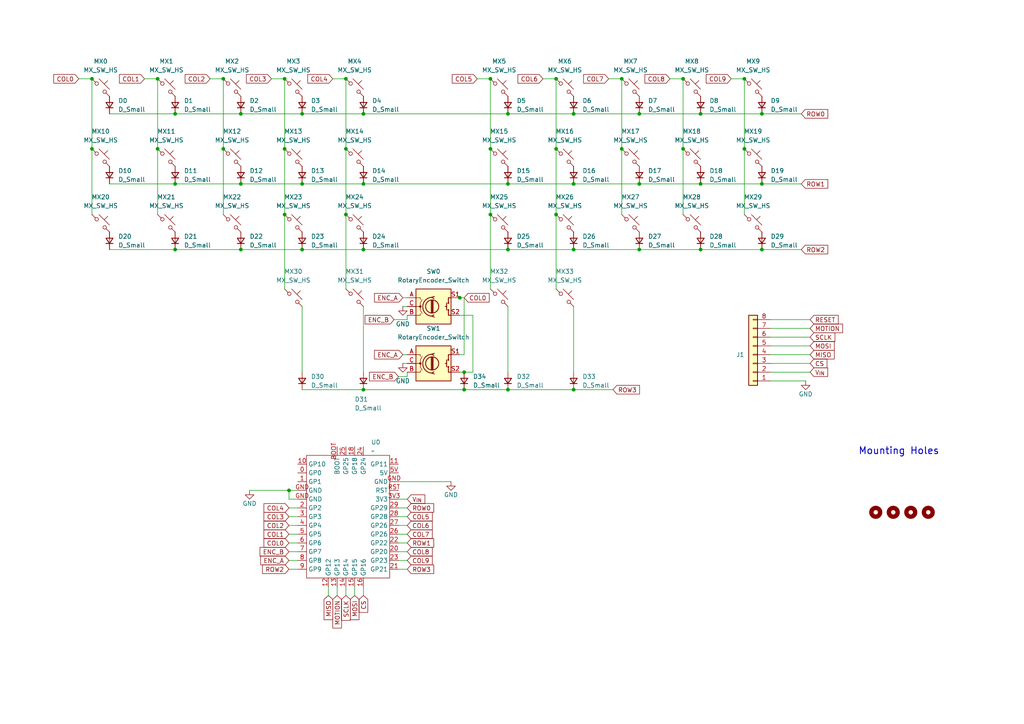
<source format=kicad_sch>
(kicad_sch (version 20231120) (generator "eeschema") (generator_version "8.0")
  (paper "A4")
  (lib_symbols
    (symbol "Connector_Generic:Conn_01x08" (pin_names (offset 1.016) hide)
      (property "Reference" "J" (at 0 10.16 0))
      (property "Value" "Conn_01x08" (at 0 -12.7 0))
      (symbol "Conn_01x08_1_1"
        (rectangle (start -1.27 -10.033) (end 0 -10.287) (stroke (width 0.1524)))
        (rectangle (start -1.27 -7.493) (end 0 -7.747) (stroke (width 0.1524)))
        (rectangle (start -1.27 -4.953) (end 0 -5.207) (stroke (width 0.1524)))
        (rectangle (start -1.27 -2.413) (end 0 -2.667) (stroke (width 0.1524)))
        (rectangle (start -1.27 0.127) (end 0 -0.127) (stroke (width 0.1524)))
        (rectangle (start -1.27 2.667) (end 0 2.413) (stroke (width 0.1524)))
        (rectangle (start -1.27 5.207) (end 0 4.953) (stroke (width 0.1524)))
        (rectangle (start -1.27 7.747) (end 0 7.493) (stroke (width 0.1524)))
        (rectangle (start -1.27 8.89) (end 1.27 -11.43) (stroke (width 0.254)) (fill (type background)))
        (pin passive line (at -5.08 7.62 0) (length 3.81) (name "Pin_1") (number "1"))
        (pin passive line (at -5.08 5.08 0) (length 3.81) (name "Pin_2") (number "2"))
        (pin passive line (at -5.08 2.54 0) (length 3.81) (name "Pin_3") (number "3"))
        (pin passive line (at -5.08 0 0) (length 3.81) (name "Pin_4") (number "4"))
        (pin passive line (at -5.08 -2.54 0) (length 3.81) (name "Pin_5") (number "5"))
        (pin passive line (at -5.08 -5.08 0) (length 3.81) (name "Pin_6") (number "6"))
        (pin passive line (at -5.08 -7.62 0) (length 3.81) (name "Pin_7") (number "7"))
        (pin passive line (at -5.08 -10.16 0) (length 3.81) (name "Pin_8") (number "8"))
      )
    )
    (symbol "Device:D_Small" (pin_numbers hide) (pin_names (offset 0.254) hide)
      (property "Reference" "D" (at -1.27 2.032 0))
      (property "Value" "D_Small" (at -3.81 -2.032 0))
      (symbol "D_Small_0_1"
        (polyline (pts (xy -0.762 -1.016) (xy -0.762 1.016)) (stroke (width 0.254)))
        (polyline (pts (xy -0.762 0) (xy 0.762 0)))
        (polyline (pts (xy 0.762 -1.016) (xy -0.762 0) (xy 0.762 1.016) (xy 0.762 -1.016)) (stroke (width 0.254)))
      )
      (symbol "D_Small_1_1"
        (pin passive line (at -2.54 0 0) (length 1.778) (name "K") (number "1"))
        (pin passive line (at 2.54 0 180) (length 1.778) (name "A") (number "2"))
      )
    )
    (symbol "Device:RotaryEncoder_Switch" (pin_names (offset 0.254) hide)
      (property "Reference" "SW" (at 0 6.604 0))
      (property "Value" "RotaryEncoder_Switch" (at 0 -6.604 0))
      (symbol "RotaryEncoder_Switch_0_1"
        (rectangle (start -5.08 5.08) (end 5.08 -5.08) (stroke (width 0.254)) (fill (type background)))
        (circle (center -3.81 0) (radius 0.254) (fill (type outline)))
        (circle (center -0.381 0) (radius 1.905) (stroke (width 0.254)))
        (arc (start -0.381 2.667) (mid -3.0988 -0.0635) (end -0.381 -2.794) (stroke (width 0.254)))
        (polyline (pts (xy -0.635 -1.778) (xy -0.635 1.778)) (stroke (width 0.254)))
        (polyline (pts (xy -0.381 -1.778) (xy -0.381 1.778)) (stroke (width 0.254)))
        (polyline (pts (xy -0.127 1.778) (xy -0.127 -1.778)) (stroke (width 0.254)))
        (polyline (pts (xy 3.81 0) (xy 3.429 0)) (stroke (width 0.254)))
        (polyline (pts (xy 3.81 1.016) (xy 3.81 -1.016)) (stroke (width 0.254)))
        (polyline (pts (xy -5.08 -2.54) (xy -3.81 -2.54) (xy -3.81 -2.032)))
        (polyline (pts (xy -5.08 2.54) (xy -3.81 2.54) (xy -3.81 2.032)))
        (polyline (pts (xy 0.254 -3.048) (xy -0.508 -2.794) (xy 0.127 -2.413)) (stroke (width 0.254)))
        (polyline (pts (xy 0.254 2.921) (xy -0.508 2.667) (xy 0.127 2.286)) (stroke (width 0.254)))
        (polyline (pts (xy 5.08 -2.54) (xy 4.318 -2.54) (xy 4.318 -1.016)) (stroke (width 0.254)))
        (polyline (pts (xy 5.08 2.54) (xy 4.318 2.54) (xy 4.318 1.016)) (stroke (width 0.254)))
        (polyline (pts (xy -5.08 0) (xy -3.81 0) (xy -3.81 -1.016) (xy -3.302 -2.032)))
        (polyline (pts (xy -4.318 0) (xy -3.81 0) (xy -3.81 1.016) (xy -3.302 2.032)))
        (circle (center 4.318 -1.016) (radius 0.127) (stroke (width 0.254)))
        (circle (center 4.318 1.016) (radius 0.127) (stroke (width 0.254)))
      )
      (symbol "RotaryEncoder_Switch_1_1"
        (pin passive line (at -7.62 2.54 0) (length 2.54) (name "A") (number "A"))
        (pin passive line (at -7.62 -2.54 0) (length 2.54) (name "B") (number "B"))
        (pin passive line (at -7.62 0 0) (length 2.54) (name "C") (number "C"))
        (pin passive line (at 7.62 2.54 180) (length 2.54) (name "S1") (number "S1"))
        (pin passive line (at 7.62 -2.54 180) (length 2.54) (name "S2") (number "S2"))
      )
    )
    (symbol "GND_1" (power) (pin_numbers hide) (pin_names (offset 0) hide)
      (property "Value" "GND" (at 0 -3.81 0))
      (symbol "GND_1_0_1"
        (polyline (pts (xy 0 0) (xy 0 -1.27) (xy 1.27 -1.27) (xy 0 -2.54) (xy -1.27 -1.27) (xy 0 -1.27)))
      )
      (symbol "GND_1_1_1"
        (pin power_in line (at 0 0 270) (length 0) (name "~") (number "1"))
      )
    )
    (symbol "Mechanical:MountingHole" (pin_names (offset 1.016))
      (property "Reference" "H" (at 0 5.08 0))
      (property "Value" "MountingHole" (at 0 3.175 0))
      (symbol "MountingHole_0_1"
        (circle (center 0 0) (radius 1.27) (stroke (width 1.27)))
      )
    )
    (symbol "marbastlib-mx:MX_SW_HS_CPG151101S11" (pin_numbers hide) (pin_names (offset 1.016) hide)
      (property "Reference" "MX" (at 3.048 1.016 0))
      (property "Value" "MX_SW_HS" (at 0 -3.81 0))
      (symbol "MX_SW_HS_CPG151101S11_0_1"
        (circle (center -1.1684 1.1684) (radius 0.508))
        (polyline (pts (xy -0.508 2.54) (xy 2.54 -0.508)))
        (polyline (pts (xy 1.016 1.016) (xy 2.032 2.032)))
        (polyline (pts (xy -2.54 2.54) (xy -1.524 1.524) (xy -1.524 1.524)))
        (polyline (pts (xy 1.524 -1.524) (xy 2.54 -2.54) (xy 2.54 -2.54) (xy 2.54 -2.54)))
        (circle (center 1.143 -1.1938) (radius 0.508))
        (pin passive line (at -2.54 2.54 0) (length 0) (name "1") (number "1"))
        (pin passive line (at 2.54 -2.54 180) (length 0) (name "2") (number "2"))
      )
    )
    (symbol "power:GND" (power) (pin_names (offset 0))
      (property "Value" "GND" (at 0 -3.81 0))
      (symbol "GND_0_1"
        (polyline (pts (xy 0 0) (xy 0 -1.27) (xy 1.27 -1.27) (xy 0 -2.54) (xy -1.27 -1.27) (xy 0 -1.27)))
      )
      (symbol "GND_1_1"
        (pin power_in line (at 0 0 270) (length 0) hide (name "GND") (number "1"))
      )
    )
    (symbol "pro_micro_rp2040:pro_micro_rp2040"
      (property "Reference" "U" (at 0 1.27 0))
      (symbol "pro_micro_rp2040_0_1"
        (rectangle (start -11.43 17.78) (end 12.7 -17.78))
      )
      (symbol "pro_micro_rp2040_1_1"
        (pin bidirectional line (at -13.97 12.7 0) (length 2.54) (name "GP0") (number "0"))
        (pin bidirectional line (at -13.97 10.16 0) (length 2.54) (name "GP1") (number "1"))
        (pin bidirectional line (at -13.97 15.24 0) (length 2.54) (name "GP10") (number "10"))
        (pin bidirectional line (at 15.24 15.24 180) (length 2.54) (name "GP11") (number "11"))
        (pin bidirectional line (at -5.08 -20.32 90) (length 2.54) (name "GP12") (number "12"))
        (pin bidirectional line (at -2.54 -20.32 90) (length 2.54) (name "GP13") (number "13"))
        (pin bidirectional line (at 0 -20.32 90) (length 2.54) (name "GP14") (number "14"))
        (pin bidirectional line (at 2.54 -20.32 90) (length 2.54) (name "GP15") (number "15"))
        (pin bidirectional line (at 5.08 -20.32 90) (length 2.54) (name "GP16") (number "16"))
        (pin unspecified line (at 2.54 20.32 270) (length 2.54) (name "GP18") (number "18"))
        (pin bidirectional line (at -13.97 2.54 0) (length 2.54) (name "GP2") (number "2"))
        (pin bidirectional line (at 15.24 -10.16 180) (length 2.54) (name "GP20") (number "20"))
        (pin bidirectional line (at 15.24 -15.24 180) (length 2.54) (name "GP21") (number "21"))
        (pin bidirectional line (at 15.24 -7.62 180) (length 2.54) (name "GP22") (number "22"))
        (pin bidirectional line (at 15.24 -12.7 180) (length 2.54) (name "GP23") (number "23"))
        (pin unspecified line (at 5.08 20.32 270) (length 2.54) (name "GP24") (number "24"))
        (pin unspecified line (at 0 20.32 270) (length 2.54) (name "GP25") (number "25"))
        (pin bidirectional line (at 15.24 -5.08 180) (length 2.54) (name "GP26") (number "26"))
        (pin bidirectional line (at 15.24 -2.54 180) (length 2.54) (name "GP26") (number "27"))
        (pin bidirectional line (at 15.24 0 180) (length 2.54) (name "GP28") (number "28"))
        (pin bidirectional line (at 15.24 2.54 180) (length 2.54) (name "GP29") (number "29"))
        (pin bidirectional line (at -13.97 0 0) (length 2.54) (name "GP3") (number "3"))
        (pin unspecified line (at 15.24 5.08 180) (length 2.54) (name "3V3") (number "3V3"))
        (pin bidirectional line (at -13.97 -2.54 0) (length 2.54) (name "GP4") (number "4"))
        (pin bidirectional line (at -13.97 -5.08 0) (length 2.54) (name "GP5") (number "5"))
        (pin unspecified line (at 15.24 12.7 180) (length 2.54) (name "5V") (number "5V"))
        (pin bidirectional line (at -13.97 -7.62 0) (length 2.54) (name "GP6") (number "6"))
        (pin bidirectional line (at -13.97 -10.16 0) (length 2.54) (name "GP7") (number "7"))
        (pin bidirectional line (at -13.97 -12.7 0) (length 2.54) (name "GP8") (number "8"))
        (pin bidirectional line (at -13.97 -15.24 0) (length 2.54) (name "GP9") (number "9"))
        (pin unspecified line (at -2.54 20.32 270) (length 2.54) (name "BOOT") (number "BOOT"))
        (pin unspecified line (at -13.97 5.08 0) (length 2.54) (name "GND") (number "GND"))
        (pin unspecified line (at -13.97 7.62 0) (length 2.54) (name "GND") (number "GND"))
        (pin unspecified line (at 15.24 10.16 180) (length 2.54) (name "GND") (number "GND"))
        (pin unspecified line (at 15.24 7.62 180) (length 2.54) (name "RST") (number "RST"))
      )
    )
  )
  (junction (at 161.29 22.86))
  (junction (at 134.62 113.03))
  (junction (at 64.77 22.86))
  (junction (at 105.41 113.03))
  (junction (at 142.24 62.23))
  (junction (at 105.41 72.39))
  (junction (at 142.24 22.86))
  (junction (at 142.24 43.18))
  (junction (at 220.98 72.39))
  (junction (at 100.33 43.18))
  (junction (at 203.2 53.34))
  (junction (at 82.55 62.23))
  (junction (at 198.12 43.18))
  (junction (at 87.63 33.02))
  (junction (at 50.8 72.39))
  (junction (at 105.41 33.02))
  (junction (at 215.9 43.18))
  (junction (at 133.35 86.36))
  (junction (at 64.77 43.18))
  (junction (at 203.2 72.39))
  (junction (at 166.37 53.34))
  (junction (at 166.37 72.39))
  (junction (at 180.34 22.86))
  (junction (at 198.12 22.86))
  (junction (at 147.32 113.03))
  (junction (at 147.32 33.02))
  (junction (at 161.29 43.18))
  (junction (at 69.85 33.02))
  (junction (at 50.8 53.34))
  (junction (at 166.37 113.03))
  (junction (at 87.63 53.34))
  (junction (at 45.72 22.86))
  (junction (at 161.29 62.23))
  (junction (at 82.55 22.86))
  (junction (at 220.98 53.34))
  (junction (at 45.72 43.18))
  (junction (at 26.67 22.86))
  (junction (at 166.37 33.02))
  (junction (at 26.67 43.18))
  (junction (at 220.98 33.02))
  (junction (at 82.55 43.18))
  (junction (at 69.85 53.34))
  (junction (at 100.33 22.86))
  (junction (at 147.32 72.39))
  (junction (at 105.41 53.34))
  (junction (at 83.82 142.24))
  (junction (at 215.9 22.86))
  (junction (at 185.42 53.34))
  (junction (at 147.32 53.34))
  (junction (at 203.2 33.02))
  (junction (at 180.34 43.18))
  (junction (at 87.63 72.39))
  (junction (at 69.85 72.39))
  (junction (at 50.8 33.02))
  (junction (at 185.42 33.02))
  (junction (at 134.62 107.95))
  (junction (at 100.33 62.23))
  (junction (at 185.42 72.39))
  (wire (pts (xy 83.82 160.02) (xy 86.36 160.02)))
  (wire (pts (xy 118.11 157.48) (xy 115.57 157.48)))
  (wire (pts (xy 134.62 107.95) (xy 137.16 107.95)))
  (wire (pts (xy 215.9 43.18) (xy 215.9 62.23)))
  (wire (pts (xy 60.96 22.86) (xy 64.77 22.86)))
  (wire (pts (xy 118.11 144.78) (xy 115.57 144.78)))
  (wire (pts (xy 26.67 43.18) (xy 26.67 62.23)))
  (wire (pts (xy 134.62 86.36) (xy 133.35 86.36)))
  (wire (pts (xy 203.2 33.02) (xy 220.98 33.02)))
  (wire (pts (xy 116.84 102.87) (xy 118.11 102.87)))
  (wire (pts (xy 82.55 43.18) (xy 82.55 62.23)))
  (wire (pts (xy 234.95 105.41) (xy 223.52 105.41)))
  (wire (pts (xy 102.87 172.72) (xy 102.87 170.18)))
  (wire (pts (xy 64.77 22.86) (xy 64.77 43.18)))
  (wire (pts (xy 105.41 72.39) (xy 147.32 72.39)))
  (wire (pts (xy 83.82 147.32) (xy 86.36 147.32)))
  (wire (pts (xy 220.98 33.02) (xy 232.41 33.02)))
  (wire (pts (xy 31.75 72.39) (xy 50.8 72.39)))
  (wire (pts (xy 100.33 172.72) (xy 100.33 170.18)))
  (wire (pts (xy 83.82 142.24) (xy 86.36 142.24)))
  (wire (pts (xy 142.24 43.18) (xy 142.24 62.23)))
  (wire (pts (xy 185.42 53.34) (xy 203.2 53.34)))
  (wire (pts (xy 87.63 33.02) (xy 105.41 33.02)))
  (wire (pts (xy 116.84 88.9) (xy 118.11 88.9)))
  (wire (pts (xy 115.57 109.22) (xy 118.11 109.22)))
  (wire (pts (xy 166.37 33.02) (xy 185.42 33.02)))
  (wire (pts (xy 82.55 62.23) (xy 82.55 83.82)))
  (wire (pts (xy 45.72 43.18) (xy 45.72 62.23)))
  (wire (pts (xy 72.39 142.24) (xy 83.82 142.24)))
  (wire (pts (xy 137.16 107.95) (xy 137.16 91.44)))
  (wire (pts (xy 137.16 91.44) (xy 133.35 91.44)))
  (wire (pts (xy 147.32 113.03) (xy 166.37 113.03)))
  (wire (pts (xy 95.25 172.72) (xy 95.25 170.18)))
  (wire (pts (xy 176.53 22.86) (xy 180.34 22.86)))
  (wire (pts (xy 161.29 43.18) (xy 161.29 62.23)))
  (wire (pts (xy 223.52 107.95) (xy 234.95 107.95)))
  (wire (pts (xy 86.36 144.78) (xy 83.82 144.78)))
  (wire (pts (xy 147.32 72.39) (xy 166.37 72.39)))
  (wire (pts (xy 45.72 22.86) (xy 45.72 43.18)))
  (wire (pts (xy 83.82 152.4) (xy 86.36 152.4)))
  (wire (pts (xy 50.8 72.39) (xy 69.85 72.39)))
  (wire (pts (xy 114.3 92.71) (xy 118.11 92.71)))
  (wire (pts (xy 115.57 162.56) (xy 118.11 162.56)))
  (wire (pts (xy 96.52 22.86) (xy 100.33 22.86)))
  (wire (pts (xy 133.35 102.87) (xy 134.62 102.87)))
  (wire (pts (xy 118.11 154.94) (xy 115.57 154.94)))
  (wire (pts (xy 147.32 107.95) (xy 147.32 88.9)))
  (wire (pts (xy 203.2 53.34) (xy 220.98 53.34)))
  (wire (pts (xy 118.11 147.32) (xy 115.57 147.32)))
  (wire (pts (xy 116.84 86.36) (xy 118.11 86.36)))
  (wire (pts (xy 64.77 43.18) (xy 64.77 62.23)))
  (wire (pts (xy 118.11 149.86) (xy 115.57 149.86)))
  (wire (pts (xy 83.82 162.56) (xy 86.36 162.56)))
  (wire (pts (xy 83.82 149.86) (xy 86.36 149.86)))
  (wire (pts (xy 198.12 22.86) (xy 198.12 43.18)))
  (wire (pts (xy 26.67 22.86) (xy 26.67 43.18)))
  (wire (pts (xy 105.41 113.03) (xy 134.62 113.03)))
  (wire (pts (xy 220.98 53.34) (xy 232.41 53.34)))
  (wire (pts (xy 161.29 22.86) (xy 161.29 43.18)))
  (wire (pts (xy 41.91 22.86) (xy 45.72 22.86)))
  (wire (pts (xy 69.85 72.39) (xy 87.63 72.39)))
  (wire (pts (xy 203.2 72.39) (xy 220.98 72.39)))
  (wire (pts (xy 105.41 53.34) (xy 147.32 53.34)))
  (wire (pts (xy 166.37 107.95) (xy 166.37 88.9)))
  (wire (pts (xy 234.95 100.33) (xy 223.52 100.33)))
  (wire (pts (xy 31.75 53.34) (xy 50.8 53.34)))
  (wire (pts (xy 212.09 22.86) (xy 215.9 22.86)))
  (wire (pts (xy 100.33 43.18) (xy 100.33 62.23)))
  (wire (pts (xy 105.41 107.95) (xy 105.41 88.9)))
  (wire (pts (xy 157.48 22.86) (xy 161.29 22.86)))
  (wire (pts (xy 234.95 92.71) (xy 223.52 92.71)))
  (wire (pts (xy 138.43 22.86) (xy 142.24 22.86)))
  (wire (pts (xy 134.62 102.87) (xy 134.62 86.36)))
  (wire (pts (xy 87.63 53.34) (xy 105.41 53.34)))
  (wire (pts (xy 142.24 22.86) (xy 142.24 43.18)))
  (wire (pts (xy 161.29 62.23) (xy 161.29 83.82)))
  (wire (pts (xy 105.41 172.72) (xy 105.41 170.18)))
  (wire (pts (xy 194.31 22.86) (xy 198.12 22.86)))
  (wire (pts (xy 69.85 53.34) (xy 87.63 53.34)))
  (wire (pts (xy 142.24 62.23) (xy 142.24 83.82)))
  (wire (pts (xy 100.33 22.86) (xy 100.33 43.18)))
  (wire (pts (xy 147.32 33.02) (xy 166.37 33.02)))
  (wire (pts (xy 223.52 110.49) (xy 233.68 110.49)))
  (wire (pts (xy 118.11 92.71) (xy 118.11 91.44)))
  (wire (pts (xy 220.98 72.39) (xy 232.41 72.39)))
  (wire (pts (xy 234.95 97.79) (xy 223.52 97.79)))
  (wire (pts (xy 166.37 72.39) (xy 185.42 72.39)))
  (wire (pts (xy 118.11 152.4) (xy 115.57 152.4)))
  (wire (pts (xy 97.79 172.72) (xy 97.79 170.18)))
  (wire (pts (xy 234.95 95.25) (xy 223.52 95.25)))
  (wire (pts (xy 180.34 22.86) (xy 180.34 43.18)))
  (wire (pts (xy 87.63 72.39) (xy 105.41 72.39)))
  (wire (pts (xy 83.82 144.78) (xy 83.82 142.24)))
  (wire (pts (xy 118.11 109.22) (xy 118.11 107.95)))
  (wire (pts (xy 83.82 154.94) (xy 86.36 154.94)))
  (wire (pts (xy 180.34 43.18) (xy 180.34 62.23)))
  (wire (pts (xy 115.57 160.02) (xy 118.11 160.02)))
  (wire (pts (xy 82.55 22.86) (xy 82.55 43.18)))
  (wire (pts (xy 185.42 33.02) (xy 203.2 33.02)))
  (wire (pts (xy 50.8 33.02) (xy 69.85 33.02)))
  (wire (pts (xy 215.9 22.86) (xy 215.9 43.18)))
  (wire (pts (xy 185.42 72.39) (xy 203.2 72.39)))
  (wire (pts (xy 105.41 33.02) (xy 147.32 33.02)))
  (wire (pts (xy 166.37 53.34) (xy 185.42 53.34)))
  (wire (pts (xy 134.62 113.03) (xy 147.32 113.03)))
  (wire (pts (xy 69.85 33.02) (xy 87.63 33.02)))
  (wire (pts (xy 83.82 157.48) (xy 86.36 157.48)))
  (wire (pts (xy 22.86 22.86) (xy 26.67 22.86)))
  (wire (pts (xy 87.63 107.95) (xy 87.63 88.9)))
  (wire (pts (xy 133.35 86.36) (xy 130.81 86.36)))
  (wire (pts (xy 78.74 22.86) (xy 82.55 22.86)))
  (wire (pts (xy 116.84 105.41) (xy 118.11 105.41)))
  (wire (pts (xy 87.63 113.03) (xy 105.41 113.03)))
  (wire (pts (xy 198.12 43.18) (xy 198.12 62.23)))
  (wire (pts (xy 83.82 165.1) (xy 86.36 165.1)))
  (wire (pts (xy 118.11 165.1) (xy 115.57 165.1)))
  (wire (pts (xy 147.32 53.34) (xy 166.37 53.34)))
  (wire (pts (xy 130.81 139.7) (xy 115.57 139.7)))
  (wire (pts (xy 50.8 53.34) (xy 69.85 53.34)))
  (wire (pts (xy 133.35 107.95) (xy 134.62 107.95)))
  (wire (pts (xy 31.75 33.02) (xy 50.8 33.02)))
  (wire (pts (xy 166.37 113.03) (xy 177.8 113.03)))
  (wire (pts (xy 100.33 62.23) (xy 100.33 83.82)))
  (wire (pts (xy 234.95 102.87) (xy 223.52 102.87)))
  (text "Mounting Holes" (at 248.92 132.08 0) (effects (font (size 2 2) (thickness 0.254) (bold yes)) (justify left bottom)))
  (global_label "ENC_B" (shape input) (at 115.57 109.22 180) (property "Intersheetrefs" "${INTERSHEET_REFS}" (effects (hide yes))))
  (global_label "ENC_A" (shape input) (at 116.84 86.36 180) (property "Intersheetrefs" "${INTERSHEET_REFS}" (effects (hide yes))))
  (global_label "CS" (shape input) (at 105.41 172.72 270) (property "Intersheetrefs" "${INTERSHEET_REFS}" (effects (hide yes))))
  (global_label "COL9" (shape input) (at 118.11 162.56 0) (property "Intersheetrefs" "${INTERSHEET_REFS}" (effects (hide yes))))
  (global_label "ROW3" (shape input) (at 177.8 113.03 0) (property "Intersheetrefs" "${INTERSHEET_REFS}" (effects (hide yes))))
  (global_label "ENC_B" (shape input) (at 114.3 92.71 180) (property "Intersheetrefs" "${INTERSHEET_REFS}" (effects (hide yes))))
  (global_label "ROW0" (shape input) (at 232.41 33.02 0) (property "Intersheetrefs" "${INTERSHEET_REFS}" (effects (hide yes))))
  (global_label "MOSI" (shape input) (at 234.95 100.33 0) (property "Intersheetrefs" "${INTERSHEET_REFS}" (effects (hide yes))))
  (global_label "ENC_A" (shape input) (at 83.82 162.56 180) (property "Intersheetrefs" "${INTERSHEET_REFS}" (effects (hide yes))))
  (global_label "MISO" (shape input) (at 234.95 102.87 0) (property "Intersheetrefs" "${INTERSHEET_REFS}" (effects (hide yes))))
  (global_label "COL5" (shape input) (at 138.43 22.86 180) (property "Intersheetrefs" "${INTERSHEET_REFS}" (effects (hide yes))))
  (global_label "COL0" (shape input) (at 22.86 22.86 180) (property "Intersheetrefs" "${INTERSHEET_REFS}" (effects (hide yes))))
  (global_label "ROW0" (shape input) (at 118.11 147.32 0) (property "Intersheetrefs" "${INTERSHEET_REFS}" (effects (hide yes))))
  (global_label "SCLK" (shape input) (at 100.33 172.72 270) (property "Intersheetrefs" "${INTERSHEET_REFS}" (effects (hide yes))))
  (global_label "COL5" (shape input) (at 118.11 149.86 0) (property "Intersheetrefs" "${INTERSHEET_REFS}" (effects (hide yes))))
  (global_label "COL6" (shape input) (at 118.11 152.4 0) (property "Intersheetrefs" "${INTERSHEET_REFS}" (effects (hide yes))))
  (global_label "ROW1" (shape input) (at 118.11 157.48 0) (property "Intersheetrefs" "${INTERSHEET_REFS}" (effects (hide yes))))
  (global_label "COL7" (shape input) (at 118.11 154.94 0) (property "Intersheetrefs" "${INTERSHEET_REFS}" (effects (hide yes))))
  (global_label "V_{IN}" (shape input) (at 118.11 144.78 0) (property "Intersheetrefs" "${INTERSHEET_REFS}" (effects (hide yes))))
  (global_label "MOTION" (shape input) (at 234.95 95.25 0) (property "Intersheetrefs" "${INTERSHEET_REFS}" (effects (hide yes))))
  (global_label "COL7" (shape input) (at 176.53 22.86 180) (property "Intersheetrefs" "${INTERSHEET_REFS}" (effects (hide yes))))
  (global_label "CS" (shape input) (at 234.95 105.41 0) (property "Intersheetrefs" "${INTERSHEET_REFS}" (effects (hide yes))))
  (global_label "V_{IN}" (shape input) (at 234.95 107.95 0) (property "Intersheetrefs" "${INTERSHEET_REFS}" (effects (hide yes))))
  (global_label "ENC_A" (shape input) (at 116.84 102.87 180) (property "Intersheetrefs" "${INTERSHEET_REFS}" (effects (hide yes))))
  (global_label "COL0" (shape input) (at 83.82 157.48 180) (property "Intersheetrefs" "${INTERSHEET_REFS}" (effects (hide yes))))
  (global_label "COL0" (shape input) (at 134.62 86.36 0) (property "Intersheetrefs" "${INTERSHEET_REFS}" (effects (hide yes))))
  (global_label "ROW2" (shape input) (at 83.82 165.1 180) (property "Intersheetrefs" "${INTERSHEET_REFS}" (effects (hide yes))))
  (global_label "ROW3" (shape input) (at 118.11 165.1 0) (property "Intersheetrefs" "${INTERSHEET_REFS}" (effects (hide yes))))
  (global_label "COL3" (shape input) (at 83.82 149.86 180) (property "Intersheetrefs" "${INTERSHEET_REFS}" (effects (hide yes))))
  (global_label "COL2" (shape input) (at 60.96 22.86 180) (property "Intersheetrefs" "${INTERSHEET_REFS}" (effects (hide yes))))
  (global_label "COL4" (shape input) (at 96.52 22.86 180) (property "Intersheetrefs" "${INTERSHEET_REFS}" (effects (hide yes))))
  (global_label "ENC_B" (shape input) (at 83.82 160.02 180) (property "Intersheetrefs" "${INTERSHEET_REFS}" (effects (hide yes))))
  (global_label "COL1" (shape input) (at 83.82 154.94 180) (property "Intersheetrefs" "${INTERSHEET_REFS}" (effects (hide yes))))
  (global_label "COL8" (shape input) (at 118.11 160.02 0) (property "Intersheetrefs" "${INTERSHEET_REFS}" (effects (hide yes))))
  (global_label "COL8" (shape input) (at 194.31 22.86 180) (property "Intersheetrefs" "${INTERSHEET_REFS}" (effects (hide yes))))
  (global_label "COL3" (shape input) (at 78.74 22.86 180) (property "Intersheetrefs" "${INTERSHEET_REFS}" (effects (hide yes))))
  (global_label "COL1" (shape input) (at 41.91 22.86 180) (property "Intersheetrefs" "${INTERSHEET_REFS}" (effects (hide yes))))
  (global_label "MISO" (shape input) (at 95.25 172.72 270) (property "Intersheetrefs" "${INTERSHEET_REFS}" (effects (hide yes))))
  (global_label "COL6" (shape input) (at 157.48 22.86 180) (property "Intersheetrefs" "${INTERSHEET_REFS}" (effects (hide yes))))
  (global_label "ROW2" (shape input) (at 232.41 72.39 0) (property "Intersheetrefs" "${INTERSHEET_REFS}" (effects (hide yes))))
  (global_label "MOTION" (shape input) (at 97.79 172.72 270) (property "Intersheetrefs" "${INTERSHEET_REFS}" (effects (hide yes))))
  (global_label "SCLK" (shape input) (at 234.95 97.79 0) (property "Intersheetrefs" "${INTERSHEET_REFS}" (effects (hide yes))))
  (global_label "RESET" (shape input) (at 234.95 92.71 0) (property "Intersheetrefs" "${INTERSHEET_REFS}" (effects (hide yes))))
  (global_label "COL4" (shape input) (at 83.82 147.32 180) (property "Intersheetrefs" "${INTERSHEET_REFS}" (effects (hide yes))))
  (global_label "ROW1" (shape input) (at 232.41 53.34 0) (property "Intersheetrefs" "${INTERSHEET_REFS}" (effects (hide yes))))
  (global_label "MOSI" (shape input) (at 102.87 172.72 270) (property "Intersheetrefs" "${INTERSHEET_REFS}" (effects (hide yes))))
  (global_label "COL9" (shape input) (at 212.09 22.86 180) (property "Intersheetrefs" "${INTERSHEET_REFS}" (effects (hide yes))))
  (global_label "COL2" (shape input) (at 83.82 152.4 180) (property "Intersheetrefs" "${INTERSHEET_REFS}" (effects (hide yes))))
  (symbol (lib_id "marbastlib-mx:MX_SW_HS_CPG151101S11") (at 200.66 25.4 0) (unit 1)
    (property "Reference" "MX8" (at 200.66 17.78 0))
    (property "Value" "MX_SW_HS" (at 200.66 20.32 0))
    (property "Footprint" "marbastlib-mx:SW_MX_HS_CPG151101S11_1u" (effects (hide yes)))
    (property "Description" "Push button switch, normally open, two pins, 45° tilted, Kailh CPG151101S11 for Cherry MX style switches" (effects (hide yes)))
  )
  (symbol (lib_id "marbastlib-mx:MX_SW_HS_CPG151101S11") (at 163.83 86.36 0) (unit 1)
    (property "Reference" "MX33" (at 163.83 78.74 0))
    (property "Value" "MX_SW_HS" (at 163.83 81.28 0))
    (property "Footprint" "marbastlib-mx:SW_MX_HS_CPG151101S11_1.25u" (effects (hide yes)))
    (property "Description" "Push button switch, normally open, two pins, 45° tilted, Kailh CPG151101S11 for Cherry MX style switches" (effects (hide yes)))
  )
  (symbol (lib_id "marbastlib-mx:MX_SW_HS_CPG151101S11") (at 85.09 25.4 0) (unit 1)
    (property "Reference" "MX3" (at 85.09 17.78 0))
    (property "Value" "MX_SW_HS" (at 85.09 20.32 0))
    (property "Footprint" "marbastlib-mx:SW_MX_HS_CPG151101S11_1u" (effects (hide yes)))
    (property "Description" "Push button switch, normally open, two pins, 45° tilted, Kailh CPG151101S11 for Cherry MX style switches" (effects (hide yes)))
  )
  (symbol (lib_id "Device:D_Small") (at 50.8 69.85 90) (unit 1)
    (property "Reference" "D21" (at 53.34 68.5799 90) (effects (justify right)))
    (property "Value" "D_Small" (at 53.34 71.1199 90) (effects (justify right)))
    (property "Footprint" "Diode_SMD:D_SOD-123" (effects (hide yes)))
    (property "Description" "Diode, small symbol" (effects (hide yes)))
    (property "Sim.Device" "D" (effects (hide yes)))
    (property "Sim.Pins" "1=K 2=A" (effects (hide yes)))
  )
  (symbol (lib_id "marbastlib-mx:MX_SW_HS_CPG151101S11") (at 48.26 25.4 0) (unit 1)
    (property "Reference" "MX1" (at 48.26 17.78 0))
    (property "Value" "MX_SW_HS" (at 48.26 20.32 0))
    (property "Footprint" "marbastlib-mx:SW_MX_HS_CPG151101S11_1u" (effects (hide yes)))
    (property "Description" "Push button switch, normally open, two pins, 45° tilted, Kailh CPG151101S11 for Cherry MX style switches" (effects (hide yes)))
  )
  (symbol (lib_id "Device:D_Small") (at 105.41 69.85 90) (unit 1)
    (property "Reference" "D24" (at 107.95 68.5799 90) (effects (justify right)))
    (property "Value" "D_Small" (at 107.95 71.1199 90) (effects (justify right)))
    (property "Footprint" "Diode_SMD:D_SOD-123" (effects (hide yes)))
    (property "Description" "Diode, small symbol" (effects (hide yes)))
    (property "Sim.Device" "D" (effects (hide yes)))
    (property "Sim.Pins" "1=K 2=A" (effects (hide yes)))
  )
  (symbol (lib_id "Device:D_Small") (at 203.2 50.8 90) (unit 1)
    (property "Reference" "D18" (at 205.74 49.5299 90) (effects (justify right)))
    (property "Value" "D_Small" (at 205.74 52.0699 90) (effects (justify right)))
    (property "Footprint" "Diode_SMD:D_SOD-123" (effects (hide yes)))
    (property "Description" "Diode, small symbol" (effects (hide yes)))
    (property "Sim.Device" "D" (effects (hide yes)))
    (property "Sim.Pins" "1=K 2=A" (effects (hide yes)))
  )
  (symbol (lib_id "Device:D_Small") (at 147.32 69.85 90) (unit 1)
    (property "Reference" "D25" (at 149.86 68.5799 90) (effects (justify right)))
    (property "Value" "D_Small" (at 149.86 71.1199 90) (effects (justify right)))
    (property "Footprint" "Diode_SMD:D_SOD-123" (effects (hide yes)))
    (property "Description" "Diode, small symbol" (effects (hide yes)))
    (property "Sim.Device" "D" (effects (hide yes)))
    (property "Sim.Pins" "1=K 2=A" (effects (hide yes)))
  )
  (symbol (lib_name "GND_1") (lib_id "power:GND") (at 116.84 88.9 0) (unit 1)
    (property "Reference" "#PWR00" (effects (hide yes)))
    (property "Value" "GND" (at 116.84 93.98 0))
    (property "Description" "Power symbol creates a global label with name \"GND\" , ground" (effects (hide yes)))
  )
  (symbol (lib_id "Device:D_Small") (at 203.2 69.85 90) (unit 1)
    (property "Reference" "D28" (at 205.74 68.5799 90) (effects (justify right)))
    (property "Value" "D_Small" (at 205.74 71.1199 90) (effects (justify right)))
    (property "Footprint" "Diode_SMD:D_SOD-123" (effects (hide yes)))
    (property "Description" "Diode, small symbol" (effects (hide yes)))
    (property "Sim.Device" "D" (effects (hide yes)))
    (property "Sim.Pins" "1=K 2=A" (effects (hide yes)))
  )
  (symbol (lib_id "Device:D_Small") (at 185.42 69.85 90) (unit 1)
    (property "Reference" "D27" (at 187.96 68.5799 90) (effects (justify right)))
    (property "Value" "D_Small" (at 187.96 71.1199 90) (effects (justify right)))
    (property "Footprint" "Diode_SMD:D_SOD-123" (effects (hide yes)))
    (property "Description" "Diode, small symbol" (effects (hide yes)))
    (property "Sim.Device" "D" (effects (hide yes)))
    (property "Sim.Pins" "1=K 2=A" (effects (hide yes)))
  )
  (symbol (lib_id "marbastlib-mx:MX_SW_HS_CPG151101S11") (at 182.88 64.77 0) (unit 1)
    (property "Reference" "MX27" (at 182.88 57.15 0))
    (property "Value" "MX_SW_HS" (at 182.88 59.69 0))
    (property "Footprint" "marbastlib-mx:SW_MX_HS_CPG151101S11_1u" (effects (hide yes)))
    (property "Description" "Push button switch, normally open, two pins, 45° tilted, Kailh CPG151101S11 for Cherry MX style switches" (effects (hide yes)))
  )
  (symbol (lib_id "marbastlib-mx:MX_SW_HS_CPG151101S11") (at 218.44 64.77 0) (unit 1)
    (property "Reference" "MX29" (at 218.44 57.15 0))
    (property "Value" "MX_SW_HS" (at 218.44 59.69 0))
    (property "Footprint" "marbastlib-mx:SW_MX_HS_CPG151101S11_1u" (effects (hide yes)))
    (property "Description" "Push button switch, normally open, two pins, 45° tilted, Kailh CPG151101S11 for Cherry MX style switches" (effects (hide yes)))
  )
  (symbol (lib_id "marbastlib-mx:MX_SW_HS_CPG151101S11") (at 29.21 25.4 0) (unit 1)
    (property "Reference" "MX0" (at 29.21 17.78 0))
    (property "Value" "MX_SW_HS" (at 29.21 20.32 0))
    (property "Footprint" "marbastlib-mx:SW_MX_HS_CPG151101S11_1u" (effects (hide yes)))
    (property "Description" "Push button switch, normally open, two pins, 45° tilted, Kailh CPG151101S11 for Cherry MX style switches" (effects (hide yes)))
  )
  (symbol (lib_id "Device:D_Small") (at 105.41 110.49 90) (unit 1)
    (property "Reference" "D31" (at 102.87 115.824 90) (effects (justify right)))
    (property "Value" "D_Small" (at 102.87 118.364 90) (effects (justify right)))
    (property "Footprint" "Diode_SMD:D_SOD-123" (effects (hide yes)))
    (property "Description" "Diode, small symbol" (effects (hide yes)))
    (property "Sim.Device" "D" (effects (hide yes)))
    (property "Sim.Pins" "1=K 2=A" (effects (hide yes)))
  )
  (symbol (lib_id "power:GND") (at 130.81 139.7 0) (mirror y) (unit 1)
    (property "Reference" "#PWR03" (effects (hide yes)))
    (property "Value" "GND" (at 130.81 143.51 0))
  )
  (symbol (lib_id "Device:D_Small") (at 185.42 50.8 90) (unit 1)
    (property "Reference" "D17" (at 187.96 49.5299 90) (effects (justify right)))
    (property "Value" "D_Small" (at 187.96 52.0699 90) (effects (justify right)))
    (property "Footprint" "Diode_SMD:D_SOD-123" (effects (hide yes)))
    (property "Description" "Diode, small symbol" (effects (hide yes)))
    (property "Sim.Device" "D" (effects (hide yes)))
    (property "Sim.Pins" "1=K 2=A" (effects (hide yes)))
  )
  (symbol (lib_id "Device:D_Small") (at 87.63 69.85 90) (unit 1)
    (property "Reference" "D23" (at 90.17 68.5799 90) (effects (justify right)))
    (property "Value" "D_Small" (at 90.17 71.1199 90) (effects (justify right)))
    (property "Footprint" "Diode_SMD:D_SOD-123" (effects (hide yes)))
    (property "Description" "Diode, small symbol" (effects (hide yes)))
    (property "Sim.Device" "D" (effects (hide yes)))
    (property "Sim.Pins" "1=K 2=A" (effects (hide yes)))
  )
  (symbol (lib_id "Device:RotaryEncoder_Switch") (at 125.73 105.41 0) (unit 1)
    (property "Reference" "SW1" (at 125.73 95.25 0))
    (property "Value" "RotaryEncoder_Switch" (at 125.73 97.79 0))
    (property "Footprint" "misc:EVQWGD001" (effects (hide yes)))
    (property "Description" "Rotary encoder, dual channel, incremental quadrate outputs, with switch" (effects (hide yes)))
  )
  (symbol (lib_id "Device:D_Small") (at 220.98 50.8 90) (unit 1)
    (property "Reference" "D19" (at 223.52 49.5299 90) (effects (justify right)))
    (property "Value" "D_Small" (at 223.52 52.0699 90) (effects (justify right)))
    (property "Footprint" "Diode_SMD:D_SOD-123" (effects (hide yes)))
    (property "Description" "Diode, small symbol" (effects (hide yes)))
    (property "Sim.Device" "D" (effects (hide yes)))
    (property "Sim.Pins" "1=K 2=A" (effects (hide yes)))
  )
  (symbol (lib_id "Device:RotaryEncoder_Switch") (at 125.73 88.9 0) (unit 1)
    (property "Reference" "SW0" (at 125.73 78.74 0))
    (property "Value" "RotaryEncoder_Switch" (at 125.73 81.28 0))
    (property "Footprint" "Keebio-Parts:RotaryEncoder_EC11-no-legs" (effects (hide yes)))
    (property "Description" "Rotary encoder, dual channel, incremental quadrate outputs, with switch" (effects (hide yes)))
  )
  (symbol (lib_id "Device:D_Small") (at 31.75 50.8 90) (unit 1)
    (property "Reference" "D10" (at 34.29 49.5299 90) (effects (justify right)))
    (property "Value" "D_Small" (at 34.29 52.0699 90) (effects (justify right)))
    (property "Footprint" "Diode_SMD:D_SOD-123" (effects (hide yes)))
    (property "Description" "Diode, small symbol" (effects (hide yes)))
    (property "Sim.Device" "D" (effects (hide yes)))
    (property "Sim.Pins" "1=K 2=A" (effects (hide yes)))
  )
  (symbol (lib_id "marbastlib-mx:MX_SW_HS_CPG151101S11") (at 48.26 64.77 0) (unit 1)
    (property "Reference" "MX21" (at 48.26 57.15 0))
    (property "Value" "MX_SW_HS" (at 48.26 59.69 0))
    (property "Footprint" "marbastlib-mx:SW_MX_HS_CPG151101S11_1u" (effects (hide yes)))
    (property "Description" "Push button switch, normally open, two pins, 45° tilted, Kailh CPG151101S11 for Cherry MX style switches" (effects (hide yes)))
  )
  (symbol (lib_id "Device:D_Small") (at 166.37 110.49 90) (unit 1)
    (property "Reference" "D33" (at 168.91 109.2199 90) (effects (justify right)))
    (property "Value" "D_Small" (at 168.91 111.7599 90) (effects (justify right)))
    (property "Footprint" "Diode_SMD:D_SOD-123" (effects (hide yes)))
    (property "Description" "Diode, small symbol" (effects (hide yes)))
    (property "Sim.Device" "D" (effects (hide yes)))
    (property "Sim.Pins" "1=K 2=A" (effects (hide yes)))
  )
  (symbol (lib_id "marbastlib-mx:MX_SW_HS_CPG151101S11") (at 182.88 45.72 0) (unit 1)
    (property "Reference" "MX17" (at 182.88 38.1 0))
    (property "Value" "MX_SW_HS" (at 182.88 40.64 0))
    (property "Footprint" "marbastlib-mx:SW_MX_HS_CPG151101S11_1u" (effects (hide yes)))
    (property "Description" "Push button switch, normally open, two pins, 45° tilted, Kailh CPG151101S11 for Cherry MX style switches" (effects (hide yes)))
  )
  (symbol (lib_id "Device:D_Small") (at 166.37 69.85 90) (unit 1)
    (property "Reference" "D26" (at 168.91 68.5799 90) (effects (justify right)))
    (property "Value" "D_Small" (at 168.91 71.1199 90) (effects (justify right)))
    (property "Footprint" "Diode_SMD:D_SOD-123" (effects (hide yes)))
    (property "Description" "Diode, small symbol" (effects (hide yes)))
    (property "Sim.Device" "D" (effects (hide yes)))
    (property "Sim.Pins" "1=K 2=A" (effects (hide yes)))
  )
  (symbol (lib_name "GND_1") (lib_id "power:GND") (at 116.84 105.41 0) (unit 1)
    (property "Reference" "#PWR02" (effects (hide yes)))
    (property "Value" "GND" (at 116.84 110.49 0))
    (property "Description" "Power symbol creates a global label with name \"GND\" , ground" (effects (hide yes)))
  )
  (symbol (lib_id "marbastlib-mx:MX_SW_HS_CPG151101S11") (at 200.66 45.72 0) (unit 1)
    (property "Reference" "MX18" (at 200.66 38.1 0))
    (property "Value" "MX_SW_HS" (at 200.66 40.64 0))
    (property "Footprint" "marbastlib-mx:SW_MX_HS_CPG151101S11_1u" (effects (hide yes)))
    (property "Description" "Push button switch, normally open, two pins, 45° tilted, Kailh CPG151101S11 for Cherry MX style switches" (effects (hide yes)))
  )
  (symbol (lib_id "Device:D_Small") (at 69.85 50.8 90) (unit 1)
    (property "Reference" "D12" (at 72.39 49.5299 90) (effects (justify right)))
    (property "Value" "D_Small" (at 72.39 52.0699 90) (effects (justify right)))
    (property "Footprint" "Diode_SMD:D_SOD-123" (effects (hide yes)))
    (property "Description" "Diode, small symbol" (effects (hide yes)))
    (property "Sim.Device" "D" (effects (hide yes)))
    (property "Sim.Pins" "1=K 2=A" (effects (hide yes)))
  )
  (symbol (lib_id "pro_micro_rp2040:pro_micro_rp2040") (at 100.33 149.86 0) (unit 1)
    (property "Reference" "U0" (at 107.6041 128.27 0) (effects (justify left)))
    (property "Value" "~" (at 107.6041 130.81 0) (effects (justify left)))
    (property "Footprint" "pro_micro_rp2040:pro_micro_rp2040" (effects (hide yes)))
  )
  (symbol (lib_id "Device:D_Small") (at 87.63 50.8 90) (unit 1)
    (property "Reference" "D13" (at 90.17 49.5299 90) (effects (justify right)))
    (property "Value" "D_Small" (at 90.17 52.0699 90) (effects (justify right)))
    (property "Footprint" "Diode_SMD:D_SOD-123" (effects (hide yes)))
    (property "Description" "Diode, small symbol" (effects (hide yes)))
    (property "Sim.Device" "D" (effects (hide yes)))
    (property "Sim.Pins" "1=K 2=A" (effects (hide yes)))
  )
  (symbol (lib_id "marbastlib-mx:MX_SW_HS_CPG151101S11") (at 102.87 64.77 0) (unit 1)
    (property "Reference" "MX24" (at 102.87 57.15 0))
    (property "Value" "MX_SW_HS" (at 102.87 59.69 0))
    (property "Footprint" "marbastlib-mx:SW_MX_HS_CPG151101S11_1u" (effects (hide yes)))
    (property "Description" "Push button switch, normally open, two pins, 45° tilted, Kailh CPG151101S11 for Cherry MX style switches" (effects (hide yes)))
  )
  (symbol (lib_id "marbastlib-mx:MX_SW_HS_CPG151101S11") (at 144.78 64.77 0) (unit 1)
    (property "Reference" "MX25" (at 144.78 57.15 0))
    (property "Value" "MX_SW_HS" (at 144.78 59.69 0))
    (property "Footprint" "marbastlib-mx:SW_MX_HS_CPG151101S11_1u" (effects (hide yes)))
    (property "Description" "Push button switch, normally open, two pins, 45° tilted, Kailh CPG151101S11 for Cherry MX style switches" (effects (hide yes)))
  )
  (symbol (lib_id "Device:D_Small") (at 185.42 30.48 90) (unit 1)
    (property "Reference" "D7" (at 187.96 29.2099 90) (effects (justify right)))
    (property "Value" "D_Small" (at 187.96 31.7499 90) (effects (justify right)))
    (property "Footprint" "Diode_SMD:D_SOD-123" (effects (hide yes)))
    (property "Description" "Diode, small symbol" (effects (hide yes)))
    (property "Sim.Device" "D" (effects (hide yes)))
    (property "Sim.Pins" "1=K 2=A" (effects (hide yes)))
  )
  (symbol (lib_id "power:GND") (at 233.68 110.49 0) (mirror y) (unit 1)
    (property "Reference" "#PWR01" (effects (hide yes)))
    (property "Value" "GND" (at 233.68 114.3 0))
  )
  (symbol (lib_id "marbastlib-mx:MX_SW_HS_CPG151101S11") (at 29.21 64.77 0) (unit 1)
    (property "Reference" "MX20" (at 29.21 57.15 0))
    (property "Value" "MX_SW_HS" (at 29.21 59.69 0))
    (property "Footprint" "marbastlib-mx:SW_MX_HS_CPG151101S11_1u" (effects (hide yes)))
    (property "Description" "Push button switch, normally open, two pins, 45° tilted, Kailh CPG151101S11 for Cherry MX style switches" (effects (hide yes)))
  )
  (symbol (lib_id "Device:D_Small") (at 134.62 110.49 90) (unit 1)
    (property "Reference" "D34" (at 137.16 109.2199 90) (effects (justify right)))
    (property "Value" "D_Small" (at 137.16 111.7599 90) (effects (justify right)))
    (property "Footprint" "Diode_SMD:D_SOD-123" (effects (hide yes)))
    (property "Description" "Diode, small symbol" (effects (hide yes)))
    (property "Sim.Device" "D" (effects (hide yes)))
    (property "Sim.Pins" "1=K 2=A" (effects (hide yes)))
  )
  (symbol (lib_id "marbastlib-mx:MX_SW_HS_CPG151101S11") (at 182.88 25.4 0) (unit 1)
    (property "Reference" "MX7" (at 182.88 17.78 0))
    (property "Value" "MX_SW_HS" (at 182.88 20.32 0))
    (property "Footprint" "marbastlib-mx:SW_MX_HS_CPG151101S11_1u" (effects (hide yes)))
    (property "Description" "Push button switch, normally open, two pins, 45° tilted, Kailh CPG151101S11 for Cherry MX style switches" (effects (hide yes)))
  )
  (symbol (lib_id "Mechanical:MountingHole") (at 269.24 148.59 0) (unit 1) (in_bom no)
    (property "Reference" "H4" (effects (hide yes)))
    (property "Value" "MountingHole_Pad" (effects (hide yes)))
    (property "Footprint" "MountingHole:MountingHole_3.2mm_M3_ISO14580" (effects (hide yes)))
  )
  (symbol (lib_id "marbastlib-mx:MX_SW_HS_CPG151101S11") (at 48.26 45.72 0) (unit 1)
    (property "Reference" "MX11" (at 48.26 38.1 0))
    (property "Value" "MX_SW_HS" (at 48.26 40.64 0))
    (property "Footprint" "marbastlib-mx:SW_MX_HS_CPG151101S11_1u" (effects (hide yes)))
    (property "Description" "Push button switch, normally open, two pins, 45° tilted, Kailh CPG151101S11 for Cherry MX style switches" (effects (hide yes)))
  )
  (symbol (lib_id "Device:D_Small") (at 50.8 30.48 90) (unit 1)
    (property "Reference" "D1" (at 53.34 29.2099 90) (effects (justify right)))
    (property "Value" "D_Small" (at 53.34 31.7499 90) (effects (justify right)))
    (property "Footprint" "Diode_SMD:D_SOD-123" (effects (hide yes)))
    (property "Description" "Diode, small symbol" (effects (hide yes)))
    (property "Sim.Device" "D" (effects (hide yes)))
    (property "Sim.Pins" "1=K 2=A" (effects (hide yes)))
  )
  (symbol (lib_id "Device:D_Small") (at 220.98 30.48 90) (unit 1)
    (property "Reference" "D9" (at 223.52 29.2099 90) (effects (justify right)))
    (property "Value" "D_Small" (at 223.52 31.7499 90) (effects (justify right)))
    (property "Footprint" "Diode_SMD:D_SOD-123" (effects (hide yes)))
    (property "Description" "Diode, small symbol" (effects (hide yes)))
    (property "Sim.Device" "D" (effects (hide yes)))
    (property "Sim.Pins" "1=K 2=A" (effects (hide yes)))
  )
  (symbol (lib_id "marbastlib-mx:MX_SW_HS_CPG151101S11") (at 85.09 64.77 0) (unit 1)
    (property "Reference" "MX23" (at 85.09 57.15 0))
    (property "Value" "MX_SW_HS" (at 85.09 59.69 0))
    (property "Footprint" "marbastlib-mx:SW_MX_HS_CPG151101S11_1u" (effects (hide yes)))
    (property "Description" "Push button switch, normally open, two pins, 45° tilted, Kailh CPG151101S11 for Cherry MX style switches" (effects (hide yes)))
  )
  (symbol (lib_id "Device:D_Small") (at 69.85 30.48 90) (unit 1)
    (property "Reference" "D2" (at 72.39 29.2099 90) (effects (justify right)))
    (property "Value" "D_Small" (at 72.39 31.7499 90) (effects (justify right)))
    (property "Footprint" "Diode_SMD:D_SOD-123" (effects (hide yes)))
    (property "Description" "Diode, small symbol" (effects (hide yes)))
    (property "Sim.Device" "D" (effects (hide yes)))
    (property "Sim.Pins" "1=K 2=A" (effects (hide yes)))
  )
  (symbol (lib_id "marbastlib-mx:MX_SW_HS_CPG151101S11") (at 218.44 45.72 0) (unit 1)
    (property "Reference" "MX19" (at 218.44 38.1 0))
    (property "Value" "MX_SW_HS" (at 218.44 40.64 0))
    (property "Footprint" "marbastlib-mx:SW_MX_HS_CPG151101S11_1u" (effects (hide yes)))
    (property "Description" "Push button switch, normally open, two pins, 45° tilted, Kailh CPG151101S11 for Cherry MX style switches" (effects (hide yes)))
  )
  (symbol (lib_id "marbastlib-mx:MX_SW_HS_CPG151101S11") (at 67.31 25.4 0) (unit 1)
    (property "Reference" "MX2" (at 67.31 17.78 0))
    (property "Value" "MX_SW_HS" (at 67.31 20.32 0))
    (property "Footprint" "marbastlib-mx:SW_MX_HS_CPG151101S11_1u" (effects (hide yes)))
    (property "Description" "Push button switch, normally open, two pins, 45° tilted, Kailh CPG151101S11 for Cherry MX style switches" (effects (hide yes)))
  )
  (symbol (lib_id "Device:D_Small") (at 147.32 30.48 90) (unit 1)
    (property "Reference" "D5" (at 149.86 29.2099 90) (effects (justify right)))
    (property "Value" "D_Small" (at 149.86 31.7499 90) (effects (justify right)))
    (property "Footprint" "Diode_SMD:D_SOD-123" (effects (hide yes)))
    (property "Description" "Diode, small symbol" (effects (hide yes)))
    (property "Sim.Device" "D" (effects (hide yes)))
    (property "Sim.Pins" "1=K 2=A" (effects (hide yes)))
  )
  (symbol (lib_id "marbastlib-mx:MX_SW_HS_CPG151101S11") (at 144.78 25.4 0) (unit 1)
    (property "Reference" "MX5" (at 144.78 17.78 0))
    (property "Value" "MX_SW_HS" (at 144.78 20.32 0))
    (property "Footprint" "marbastlib-mx:SW_MX_HS_CPG151101S11_1u" (effects (hide yes)))
    (property "Description" "Push button switch, normally open, two pins, 45° tilted, Kailh CPG151101S11 for Cherry MX style switches" (effects (hide yes)))
  )
  (symbol (lib_id "marbastlib-mx:MX_SW_HS_CPG151101S11") (at 67.31 45.72 0) (unit 1)
    (property "Reference" "MX12" (at 67.31 38.1 0))
    (property "Value" "MX_SW_HS" (at 67.31 40.64 0))
    (property "Footprint" "marbastlib-mx:SW_MX_HS_CPG151101S11_1u" (effects (hide yes)))
    (property "Description" "Push button switch, normally open, two pins, 45° tilted, Kailh CPG151101S11 for Cherry MX style switches" (effects (hide yes)))
  )
  (symbol (lib_id "marbastlib-mx:MX_SW_HS_CPG151101S11") (at 102.87 45.72 0) (unit 1)
    (property "Reference" "MX14" (at 102.87 38.1 0))
    (property "Value" "MX_SW_HS" (at 102.87 40.64 0))
    (property "Footprint" "marbastlib-mx:SW_MX_HS_CPG151101S11_1u" (effects (hide yes)))
    (property "Description" "Push button switch, normally open, two pins, 45° tilted, Kailh CPG151101S11 for Cherry MX style switches" (effects (hide yes)))
  )
  (symbol (lib_id "Device:D_Small") (at 105.41 30.48 90) (unit 1)
    (property "Reference" "D4" (at 107.95 29.2099 90) (effects (justify right)))
    (property "Value" "D_Small" (at 107.95 31.7499 90) (effects (justify right)))
    (property "Footprint" "Diode_SMD:D_SOD-123" (effects (hide yes)))
    (property "Description" "Diode, small symbol" (effects (hide yes)))
    (property "Sim.Device" "D" (effects (hide yes)))
    (property "Sim.Pins" "1=K 2=A" (effects (hide yes)))
  )
  (symbol (lib_id "Device:D_Small") (at 147.32 110.49 90) (unit 1)
    (property "Reference" "D32" (at 149.86 109.2199 90) (effects (justify right)))
    (property "Value" "D_Small" (at 149.86 111.7599 90) (effects (justify right)))
    (property "Footprint" "Diode_SMD:D_SOD-123" (effects (hide yes)))
    (property "Description" "Diode, small symbol" (effects (hide yes)))
    (property "Sim.Device" "D" (effects (hide yes)))
    (property "Sim.Pins" "1=K 2=A" (effects (hide yes)))
  )
  (symbol (lib_id "Device:D_Small") (at 31.75 30.48 90) (unit 1)
    (property "Reference" "D0" (at 34.29 29.2099 90) (effects (justify right)))
    (property "Value" "D_Small" (at 34.29 31.7499 90) (effects (justify right)))
    (property "Footprint" "Diode_SMD:D_SOD-123" (effects (hide yes)))
    (property "Description" "Diode, small symbol" (effects (hide yes)))
    (property "Sim.Device" "D" (effects (hide yes)))
    (property "Sim.Pins" "1=K 2=A" (effects (hide yes)))
  )
  (symbol (lib_id "marbastlib-mx:MX_SW_HS_CPG151101S11") (at 29.21 45.72 0) (unit 1)
    (property "Reference" "MX10" (at 29.21 38.1 0))
    (property "Value" "MX_SW_HS" (at 29.21 40.64 0))
    (property "Footprint" "marbastlib-mx:SW_MX_HS_CPG151101S11_1u" (effects (hide yes)))
    (property "Description" "Push button switch, normally open, two pins, 45° tilted, Kailh CPG151101S11 for Cherry MX style switches" (effects (hide yes)))
  )
  (symbol (lib_id "power:GND") (at 72.39 142.24 0) (mirror y) (unit 1)
    (property "Reference" "#PWR04" (effects (hide yes)))
    (property "Value" "GND" (at 72.39 146.05 0))
  )
  (symbol (lib_id "Device:D_Small") (at 166.37 50.8 90) (unit 1)
    (property "Reference" "D16" (at 168.91 49.5299 90) (effects (justify right)))
    (property "Value" "D_Small" (at 168.91 52.0699 90) (effects (justify right)))
    (property "Footprint" "Diode_SMD:D_SOD-123" (effects (hide yes)))
    (property "Description" "Diode, small symbol" (effects (hide yes)))
    (property "Sim.Device" "D" (effects (hide yes)))
    (property "Sim.Pins" "1=K 2=A" (effects (hide yes)))
  )
  (symbol (lib_id "marbastlib-mx:MX_SW_HS_CPG151101S11") (at 163.83 64.77 0) (unit 1)
    (property "Reference" "MX26" (at 163.83 57.15 0))
    (property "Value" "MX_SW_HS" (at 163.83 59.69 0))
    (property "Footprint" "marbastlib-mx:SW_MX_HS_CPG151101S11_1u" (effects (hide yes)))
    (property "Description" "Push button switch, normally open, two pins, 45° tilted, Kailh CPG151101S11 for Cherry MX style switches" (effects (hide yes)))
  )
  (symbol (lib_id "marbastlib-mx:MX_SW_HS_CPG151101S11") (at 102.87 25.4 0) (unit 1)
    (property "Reference" "MX4" (at 102.87 17.78 0))
    (property "Value" "MX_SW_HS" (at 102.87 20.32 0))
    (property "Footprint" "marbastlib-mx:SW_MX_HS_CPG151101S11_1u" (effects (hide yes)))
    (property "Description" "Push button switch, normally open, two pins, 45° tilted, Kailh CPG151101S11 for Cherry MX style switches" (effects (hide yes)))
  )
  (symbol (lib_id "Device:D_Small") (at 31.75 69.85 90) (unit 1)
    (property "Reference" "D20" (at 34.29 68.5799 90) (effects (justify right)))
    (property "Value" "D_Small" (at 34.29 71.1199 90) (effects (justify right)))
    (property "Footprint" "Diode_SMD:D_SOD-123" (effects (hide yes)))
    (property "Description" "Diode, small symbol" (effects (hide yes)))
    (property "Sim.Device" "D" (effects (hide yes)))
    (property "Sim.Pins" "1=K 2=A" (effects (hide yes)))
  )
  (symbol (lib_id "Device:D_Small") (at 105.41 50.8 90) (unit 1)
    (property "Reference" "D14" (at 107.95 49.5299 90) (effects (justify right)))
    (property "Value" "D_Small" (at 107.95 52.0699 90) (effects (justify right)))
    (property "Footprint" "Diode_SMD:D_SOD-123" (effects (hide yes)))
    (property "Description" "Diode, small symbol" (effects (hide yes)))
    (property "Sim.Device" "D" (effects (hide yes)))
    (property "Sim.Pins" "1=K 2=A" (effects (hide yes)))
  )
  (symbol (lib_id "marbastlib-mx:MX_SW_HS_CPG151101S11") (at 102.87 86.36 0) (unit 1)
    (property "Reference" "MX31" (at 102.87 78.74 0))
    (property "Value" "MX_SW_HS" (at 102.87 81.28 0))
    (property "Footprint" "marbastlib-mx:SW_MX_HS_CPG151101S11_1.75u" (effects (hide yes)))
    (property "Description" "Push button switch, normally open, two pins, 45° tilted, Kailh CPG151101S11 for Cherry MX style switches" (effects (hide yes)))
  )
  (symbol (lib_id "Device:D_Small") (at 87.63 110.49 90) (unit 1)
    (property "Reference" "D30" (at 90.17 109.2199 90) (effects (justify right)))
    (property "Value" "D_Small" (at 90.17 111.7599 90) (effects (justify right)))
    (property "Footprint" "Diode_SMD:D_SOD-123" (effects (hide yes)))
    (property "Description" "Diode, small symbol" (effects (hide yes)))
    (property "Sim.Device" "D" (effects (hide yes)))
    (property "Sim.Pins" "1=K 2=A" (effects (hide yes)))
  )
  (symbol (lib_id "marbastlib-mx:MX_SW_HS_CPG151101S11") (at 218.44 25.4 0) (unit 1)
    (property "Reference" "MX9" (at 218.44 17.78 0))
    (property "Value" "MX_SW_HS" (at 218.44 20.32 0))
    (property "Footprint" "marbastlib-mx:SW_MX_HS_CPG151101S11_1u" (effects (hide yes)))
    (property "Description" "Push button switch, normally open, two pins, 45° tilted, Kailh CPG151101S11 for Cherry MX style switches" (effects (hide yes)))
  )
  (symbol (lib_id "marbastlib-mx:MX_SW_HS_CPG151101S11") (at 144.78 86.36 0) (unit 1)
    (property "Reference" "MX32" (at 144.78 78.74 0))
    (property "Value" "MX_SW_HS" (at 144.78 81.28 0))
    (property "Footprint" "marbastlib-mx:SW_MX_HS_CPG151101S11_1.75u" (effects (hide yes)))
    (property "Description" "Push button switch, normally open, two pins, 45° tilted, Kailh CPG151101S11 for Cherry MX style switches" (effects (hide yes)))
  )
  (symbol (lib_id "marbastlib-mx:MX_SW_HS_CPG151101S11") (at 200.66 64.77 0) (unit 1)
    (property "Reference" "MX28" (at 200.66 57.15 0))
    (property "Value" "MX_SW_HS" (at 200.66 59.69 0))
    (property "Footprint" "marbastlib-mx:SW_MX_HS_CPG151101S11_1u" (effects (hide yes)))
    (property "Description" "Push button switch, normally open, two pins, 45° tilted, Kailh CPG151101S11 for Cherry MX style switches" (effects (hide yes)))
  )
  (symbol (lib_id "Device:D_Small") (at 147.32 50.8 90) (unit 1)
    (property "Reference" "D15" (at 149.86 49.5299 90) (effects (justify right)))
    (property "Value" "D_Small" (at 149.86 52.0699 90) (effects (justify right)))
    (property "Footprint" "Diode_SMD:D_SOD-123" (effects (hide yes)))
    (property "Description" "Diode, small symbol" (effects (hide yes)))
    (property "Sim.Device" "D" (effects (hide yes)))
    (property "Sim.Pins" "1=K 2=A" (effects (hide yes)))
  )
  (symbol (lib_id "marbastlib-mx:MX_SW_HS_CPG151101S11") (at 144.78 45.72 0) (unit 1)
    (property "Reference" "MX15" (at 144.78 38.1 0))
    (property "Value" "MX_SW_HS" (at 144.78 40.64 0))
    (property "Footprint" "marbastlib-mx:SW_MX_HS_CPG151101S11_1u" (effects (hide yes)))
    (property "Description" "Push button switch, normally open, two pins, 45° tilted, Kailh CPG151101S11 for Cherry MX style switches" (effects (hide yes)))
  )
  (symbol (lib_id "Mechanical:MountingHole") (at 259.08 148.59 0) (unit 1) (in_bom no)
    (property "Reference" "H2" (effects (hide yes)))
    (property "Value" "MountingHole_Pad" (effects (hide yes)))
    (property "Footprint" "MountingHole:MountingHole_3.2mm_M3_ISO14580" (effects (hide yes)))
  )
  (symbol (lib_id "Device:D_Small") (at 203.2 30.48 90) (unit 1)
    (property "Reference" "D8" (at 205.74 29.2099 90) (effects (justify right)))
    (property "Value" "D_Small" (at 205.74 31.7499 90) (effects (justify right)))
    (property "Footprint" "Diode_SMD:D_SOD-123" (effects (hide yes)))
    (property "Description" "Diode, small symbol" (effects (hide yes)))
    (property "Sim.Device" "D" (effects (hide yes)))
    (property "Sim.Pins" "1=K 2=A" (effects (hide yes)))
  )
  (symbol (lib_id "marbastlib-mx:MX_SW_HS_CPG151101S11") (at 85.09 45.72 0) (unit 1)
    (property "Reference" "MX13" (at 85.09 38.1 0))
    (property "Value" "MX_SW_HS" (at 85.09 40.64 0))
    (property "Footprint" "marbastlib-mx:SW_MX_HS_CPG151101S11_1u" (effects (hide yes)))
    (property "Description" "Push button switch, normally open, two pins, 45° tilted, Kailh CPG151101S11 for Cherry MX style switches" (effects (hide yes)))
  )
  (symbol (lib_id "Device:D_Small") (at 166.37 30.48 90) (unit 1)
    (property "Reference" "D6" (at 168.91 29.2099 90) (effects (justify right)))
    (property "Value" "D_Small" (at 168.91 31.7499 90) (effects (justify right)))
    (property "Footprint" "Diode_SMD:D_SOD-123" (effects (hide yes)))
    (property "Description" "Diode, small symbol" (effects (hide yes)))
    (property "Sim.Device" "D" (effects (hide yes)))
    (property "Sim.Pins" "1=K 2=A" (effects (hide yes)))
  )
  (symbol (lib_id "marbastlib-mx:MX_SW_HS_CPG151101S11") (at 85.09 86.36 0) (unit 1)
    (property "Reference" "MX30" (at 85.09 78.74 0))
    (property "Value" "MX_SW_HS" (at 85.09 81.28 0))
    (property "Footprint" "marbastlib-mx:SW_MX_HS_CPG151101S11_1.25u" (effects (hide yes)))
    (property "Description" "Push button switch, normally open, two pins, 45° tilted, Kailh CPG151101S11 for Cherry MX style switches" (effects (hide yes)))
  )
  (symbol (lib_id "Device:D_Small") (at 50.8 50.8 90) (unit 1)
    (property "Reference" "D11" (at 53.34 49.5299 90) (effects (justify right)))
    (property "Value" "D_Small" (at 53.34 52.0699 90) (effects (justify right)))
    (property "Footprint" "Diode_SMD:D_SOD-123" (effects (hide yes)))
    (property "Description" "Diode, small symbol" (effects (hide yes)))
    (property "Sim.Device" "D" (effects (hide yes)))
    (property "Sim.Pins" "1=K 2=A" (effects (hide yes)))
  )
  (symbol (lib_id "Device:D_Small") (at 220.98 69.85 90) (unit 1)
    (property "Reference" "D29" (at 223.52 68.5799 90) (effects (justify right)))
    (property "Value" "D_Small" (at 223.52 71.1199 90) (effects (justify right)))
    (property "Footprint" "Diode_SMD:D_SOD-123" (effects (hide yes)))
    (property "Description" "Diode, small symbol" (effects (hide yes)))
    (property "Sim.Device" "D" (effects (hide yes)))
    (property "Sim.Pins" "1=K 2=A" (effects (hide yes)))
  )
  (symbol (lib_id "marbastlib-mx:MX_SW_HS_CPG151101S11") (at 163.83 45.72 0) (unit 1)
    (property "Reference" "MX16" (at 163.83 38.1 0))
    (property "Value" "MX_SW_HS" (at 163.83 40.64 0))
    (property "Footprint" "marbastlib-mx:SW_MX_HS_CPG151101S11_1u" (effects (hide yes)))
    (property "Description" "Push button switch, normally open, two pins, 45° tilted, Kailh CPG151101S11 for Cherry MX style switches" (effects (hide yes)))
  )
  (symbol (lib_id "Connector_Generic:Conn_01x08") (at 218.44 102.87 180) (unit 1)
    (property "Reference" "J1" (at 215.9 102.87 0) (effects (justify left)))
    (property "Value" "Conn_01x08" (effects (hide yes)))
    (property "Footprint" "Connector_PinHeader_2.54mm:PinHeader_1x08_P2.54mm_Vertical" (effects (hide yes)))
  )
  (symbol (lib_id "Device:D_Small") (at 87.63 30.48 90) (unit 1)
    (property "Reference" "D3" (at 90.17 29.2099 90) (effects (justify right)))
    (property "Value" "D_Small" (at 90.17 31.7499 90) (effects (justify right)))
    (property "Footprint" "Diode_SMD:D_SOD-123" (effects (hide yes)))
    (property "Description" "Diode, small symbol" (effects (hide yes)))
    (property "Sim.Device" "D" (effects (hide yes)))
    (property "Sim.Pins" "1=K 2=A" (effects (hide yes)))
  )
  (symbol (lib_id "Mechanical:MountingHole") (at 254 148.59 0) (unit 1) (in_bom no)
    (property "Reference" "H1" (effects (hide yes)))
    (property "Value" "MountingHole_Pad" (effects (hide yes)))
    (property "Footprint" "MountingHole:MountingHole_3.2mm_M3_ISO14580" (effects (hide yes)))
  )
  (symbol (lib_id "marbastlib-mx:MX_SW_HS_CPG151101S11") (at 67.31 64.77 0) (unit 1)
    (property "Reference" "MX22" (at 67.31 57.15 0))
    (property "Value" "MX_SW_HS" (at 67.31 59.69 0))
    (property "Footprint" "marbastlib-mx:SW_MX_HS_CPG151101S11_1u" (effects (hide yes)))
    (property "Description" "Push button switch, normally open, two pins, 45° tilted, Kailh CPG151101S11 for Cherry MX style switches" (effects (hide yes)))
  )
  (symbol (lib_id "marbastlib-mx:MX_SW_HS_CPG151101S11") (at 163.83 25.4 0) (unit 1)
    (property "Reference" "MX6" (at 163.83 17.78 0))
    (property "Value" "MX_SW_HS" (at 163.83 20.32 0))
    (property "Footprint" "marbastlib-mx:SW_MX_HS_CPG151101S11_1u" (effects (hide yes)))
    (property "Description" "Push button switch, normally open, two pins, 45° tilted, Kailh CPG151101S11 for Cherry MX style switches" (effects (hide yes)))
  )
  (symbol (lib_id "Mechanical:MountingHole") (at 264.16 148.59 0) (unit 1) (in_bom no)
    (property "Reference" "H3" (effects (hide yes)))
    (property "Value" "MountingHole_Pad" (effects (hide yes)))
    (property "Footprint" "MountingHole:MountingHole_3.2mm_M3_ISO14580" (effects (hide yes)))
  )
  (symbol (lib_id "Device:D_Small") (at 69.85 69.85 90) (unit 1)
    (property "Reference" "D22" (at 72.39 68.5799 90) (effects (justify right)))
    (property "Value" "D_Small" (at 72.39 71.1199 90) (effects (justify right)))
    (property "Footprint" "Diode_SMD:D_SOD-123" (effects (hide yes)))
    (property "Description" "Diode, small symbol" (effects (hide yes)))
    (property "Sim.Device" "D" (effects (hide yes)))
    (property "Sim.Pins" "1=K 2=A" (effects (hide yes)))
  )
)
</source>
